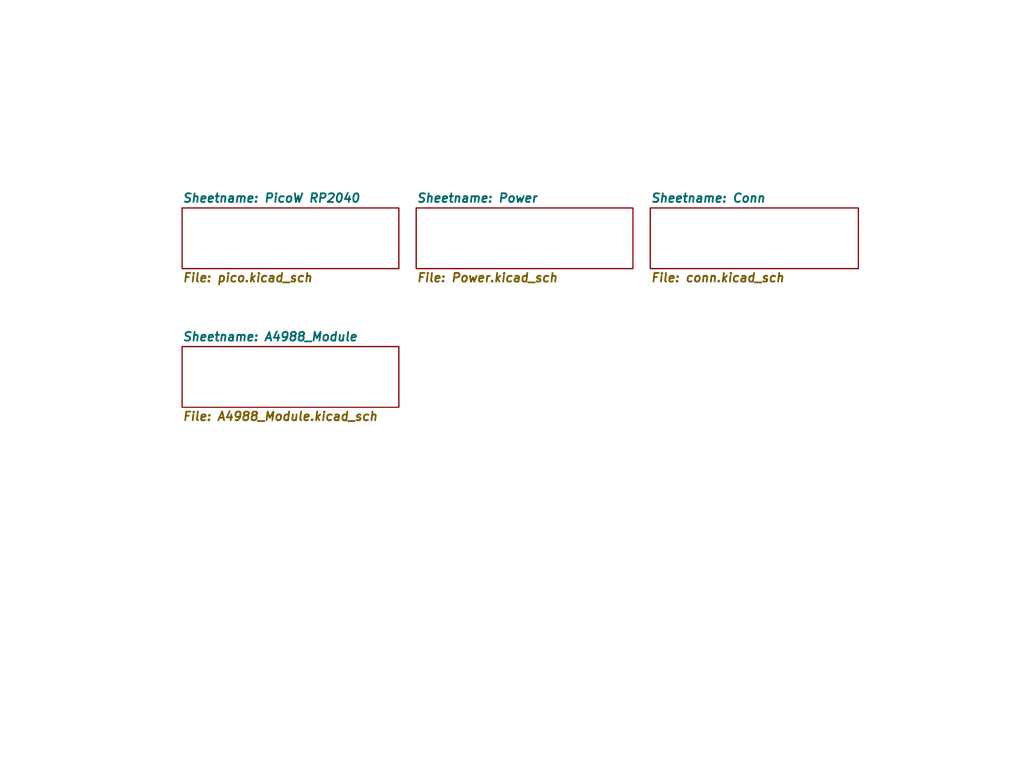
<source format=kicad_sch>
(kicad_sch (version 20230121) (generator eeschema)

  (uuid 67ad53b0-e724-4354-8add-ffbe056bca93)

  (paper "User" 150.012 114.3)

  (title_block
    (date "2023-07-08")
  )

  (lib_symbols
  )


  (sheet (at 60.96 30.48) (size 31.75 8.89) (fields_autoplaced)
    (stroke (width 0.1524) (type solid))
    (fill (color 0 0 0 0.0000))
    (uuid 03c1781e-297b-49e1-8cb8-7d532072eddb)
    (property "Sheetname" "Power" (at 60.96 29.7684 0) (show_name)
      (effects (font (size 1.27 1.27) bold italic) (justify left bottom))
    )
    (property "Sheetfile" "Power.kicad_sch" (at 60.96 39.9546 0)
      (effects (font (size 1.27 1.27) bold italic) (justify left top))
    )
    (instances
      (project "RPi_Pico_W_A4988_control_board"
        (path "/67ad53b0-e724-4354-8add-ffbe056bca93" (page "5"))
      )
    )
  )

  (sheet (at 26.67 30.48) (size 31.75 8.89) (fields_autoplaced)
    (stroke (width 0.1524) (type solid))
    (fill (color 0 0 0 0.0000))
    (uuid 07c0a6ff-eef2-4578-b5db-f7e0ea607e3d)
    (property "Sheetname" "PicoW RP2040" (at 26.67 29.7684 0) (show_name)
      (effects (font (size 1.27 1.27) bold italic) (justify left bottom))
    )
    (property "Sheetfile" "pico.kicad_sch" (at 26.67 39.9546 0)
      (effects (font (size 1.27 1.27) bold italic) (justify left top))
    )
    (instances
      (project "RPi_Pico_W_A4988_control_board"
        (path "/67ad53b0-e724-4354-8add-ffbe056bca93" (page "2"))
      )
    )
  )

  (sheet (at 95.25 30.48) (size 30.48 8.89) (fields_autoplaced)
    (stroke (width 0.1524) (type solid))
    (fill (color 0 0 0 0.0000))
    (uuid 9c4f98f1-bc47-4c4b-bbad-ba5566d013b5)
    (property "Sheetname" "Conn" (at 95.25 29.7684 0) (show_name)
      (effects (font (size 1.27 1.27) bold italic) (justify left bottom))
    )
    (property "Sheetfile" "conn.kicad_sch" (at 95.25 39.9546 0)
      (effects (font (size 1.27 1.27) bold italic) (justify left top))
    )
    (instances
      (project "RPi_Pico_W_A4988_control_board"
        (path "/67ad53b0-e724-4354-8add-ffbe056bca93" (page "4"))
      )
    )
  )

  (sheet (at 26.67 50.8) (size 31.75 8.89) (fields_autoplaced)
    (stroke (width 0.1524) (type solid))
    (fill (color 0 0 0 0.0000))
    (uuid f879121b-b8b1-4c0a-8f21-a8ce38d582ad)
    (property "Sheetname" "A4988_Module" (at 26.67 50.0884 0) (show_name)
      (effects (font (size 1.27 1.27) bold italic) (justify left bottom))
    )
    (property "Sheetfile" "A4988_Module.kicad_sch" (at 26.67 60.2746 0)
      (effects (font (size 1.27 1.27) bold italic) (justify left top))
    )
    (instances
      (project "RPi_Pico_W_A4988_control_board"
        (path "/67ad53b0-e724-4354-8add-ffbe056bca93" (page "3"))
      )
    )
  )

  (sheet_instances
    (path "/" (page "1"))
  )
)

</source>
